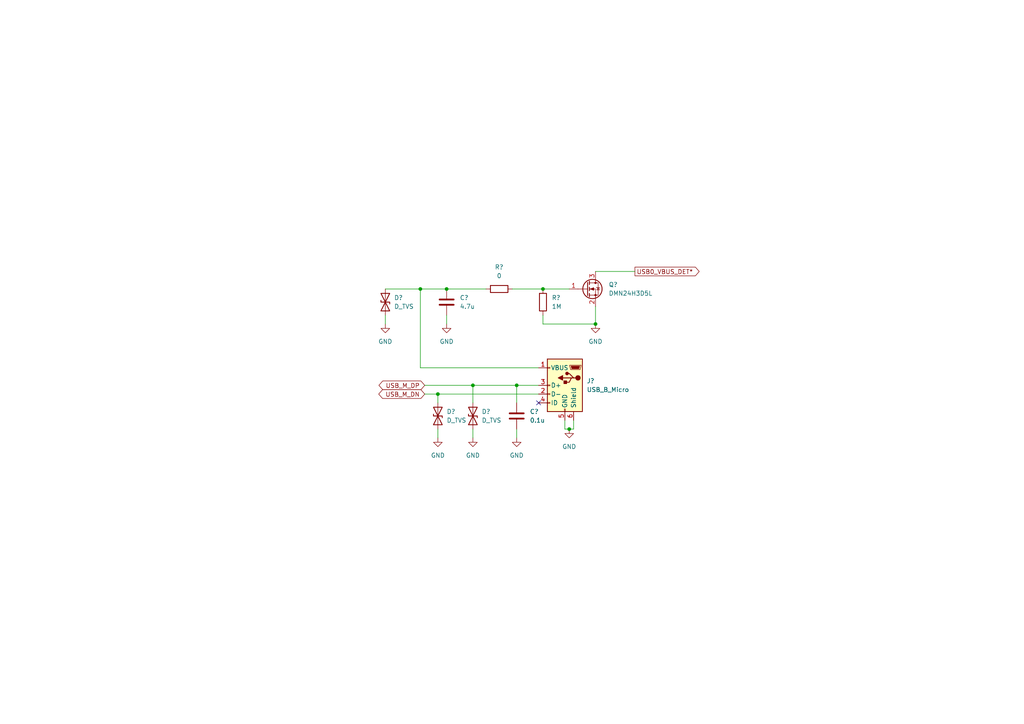
<source format=kicad_sch>
(kicad_sch (version 20211123) (generator eeschema)
  (paper "A4")
  (lib_symbols
    (symbol "Connector:USB_B_Micro" (pin_names (offset 1.016))
      (property "Reference" "J" (at -5.08 11.43 0))
      (property "Value" "USB_B_Micro" (at -5.08 8.89 0))
      (symbol "USB_B_Micro_0_1"
        (rectangle (start -5.08 -7.62) (end 5.08 7.62) (stroke (width 0.254)) (fill (type background)))
        (circle (center -3.81 2.159) (radius 0.635) (stroke (width 0.254)) (fill (type outline)))
        (circle (center -0.635 3.429) (radius 0.381) (stroke (width 0.254)) (fill (type outline)))
        (rectangle (start -0.127 -7.62) (end 0.127 -6.858))
        (polyline (pts (xy -1.905 2.159) (xy 0.635 2.159)) (stroke (width 0.254)))
        (polyline (pts (xy -3.175 2.159) (xy -2.54 2.159) (xy -1.27 3.429) (xy -0.635 3.429)) (stroke (width 0.254)))
        (polyline (pts (xy -2.54 2.159) (xy -1.905 2.159) (xy -1.27 0.889) (xy 0 0.889)) (stroke (width 0.254)))
        (polyline (pts (xy 0.635 2.794) (xy 0.635 1.524) (xy 1.905 2.159) (xy 0.635 2.794)) (stroke (width 0.254)) (fill (type outline)))
        (polyline (pts (xy -4.318 5.588) (xy -1.778 5.588) (xy -2.032 4.826) (xy -4.064 4.826) (xy -4.318 5.588)) (fill (type outline)))
        (polyline (pts (xy -4.699 5.842) (xy -4.699 5.588) (xy -4.445 4.826) (xy -4.445 4.572) (xy -1.651 4.572) (xy -1.651 4.826) (xy -1.397 5.588) (xy -1.397 5.842) (xy -4.699 5.842)))
        (rectangle (start 0.254 1.27) (end -0.508 0.508) (stroke (width 0.254)) (fill (type outline)))
        (rectangle (start 5.08 -5.207) (end 4.318 -4.953))
        (rectangle (start 5.08 -2.667) (end 4.318 -2.413))
        (rectangle (start 5.08 -0.127) (end 4.318 0.127))
        (rectangle (start 5.08 4.953) (end 4.318 5.207))
      )
      (symbol "USB_B_Micro_1_1"
        (pin power_out line (at 7.62 5.08 180) (length 2.54) (name "VBUS") (number "1"))
        (pin bidirectional line (at 7.62 -2.54 180) (length 2.54) (name "D-") (number "2"))
        (pin bidirectional line (at 7.62 0 180) (length 2.54) (name "D+") (number "3"))
        (pin passive line (at 7.62 -5.08 180) (length 2.54) (name "ID") (number "4"))
        (pin power_out line (at 0 -10.16 90) (length 2.54) (name "GND") (number "5"))
        (pin passive line (at -2.54 -10.16 90) (length 2.54) (name "Shield") (number "6"))
      )
    )
    (symbol "Device:C" (pin_numbers hide) (pin_names (offset 0.254))
      (property "Reference" "C" (at 0.635 2.54 0))
      (property "Value" "C" (at 0.635 -2.54 0))
      (symbol "C_0_1"
        (polyline (pts (xy -2.032 -0.762) (xy 2.032 -0.762)) (stroke (width 0.508)))
        (polyline (pts (xy -2.032 0.762) (xy 2.032 0.762)) (stroke (width 0.508)))
      )
      (symbol "C_1_1"
        (pin passive line (at 0 3.81 270) (length 2.794) (name "~") (number "1"))
        (pin passive line (at 0 -3.81 90) (length 2.794) (name "~") (number "2"))
      )
    )
    (symbol "Device:D_TVS" (pin_numbers hide) (pin_names (offset 1.016) hide)
      (property "Reference" "D" (at 0 2.54 0))
      (property "Value" "D_TVS" (at 0 -2.54 0))
      (symbol "D_TVS_0_1"
        (polyline (pts (xy 1.27 0) (xy -1.27 0)))
        (polyline (pts (xy 0.508 1.27) (xy 0 1.27) (xy 0 -1.27) (xy -0.508 -1.27)) (stroke (width 0.254)))
        (polyline (pts (xy -2.54 1.27) (xy -2.54 -1.27) (xy 2.54 1.27) (xy 2.54 -1.27) (xy -2.54 1.27)) (stroke (width 0.254)))
      )
      (symbol "D_TVS_1_1"
        (pin passive line (at -3.81 0 0) (length 2.54) (name "A1") (number "1"))
        (pin passive line (at 3.81 0 180) (length 2.54) (name "A2") (number "2"))
      )
    )
    (symbol "Device:R" (pin_numbers hide) (pin_names (offset 0))
      (property "Reference" "R" (at 2.032 0 90))
      (property "Value" "R" (at 0 0 90))
      (symbol "R_0_1"
        (rectangle (start -1.016 -2.54) (end 1.016 2.54) (stroke (width 0.254)))
      )
      (symbol "R_1_1"
        (pin passive line (at 0 3.81 270) (length 1.27) (name "~") (number "1"))
        (pin passive line (at 0 -3.81 90) (length 1.27) (name "~") (number "2"))
      )
    )
    (symbol "Transistor_FET:DMN24H3D5L" (pin_names hide)
      (property "Reference" "Q" (at 5.08 1.905 0))
      (property "Value" "DMN24H3D5L" (at 5.08 0 0))
      (symbol "DMN24H3D5L_0_1"
        (polyline (pts (xy 0.254 0) (xy -2.54 0)))
        (polyline (pts (xy 0.254 1.905) (xy 0.254 -1.905)) (stroke (width 0.254)))
        (polyline (pts (xy 0.762 -1.27) (xy 0.762 -2.286)) (stroke (width 0.254)))
        (polyline (pts (xy 0.762 0.508) (xy 0.762 -0.508)) (stroke (width 0.254)))
        (polyline (pts (xy 0.762 2.286) (xy 0.762 1.27)) (stroke (width 0.254)))
        (polyline (pts (xy 2.54 2.54) (xy 2.54 1.778)))
        (polyline (pts (xy 2.54 -2.54) (xy 2.54 0) (xy 0.762 0)))
        (polyline (pts (xy 0.762 -1.778) (xy 3.302 -1.778) (xy 3.302 1.778) (xy 0.762 1.778)))
        (polyline (pts (xy 1.016 0) (xy 2.032 0.381) (xy 2.032 -0.381) (xy 1.016 0)) (fill (type outline)))
        (polyline (pts (xy 2.794 0.508) (xy 2.921 0.381) (xy 3.683 0.381) (xy 3.81 0.254)))
        (polyline (pts (xy 3.302 0.381) (xy 2.921 -0.254) (xy 3.683 -0.254) (xy 3.302 0.381)))
        (circle (center 1.651 0) (radius 2.794) (stroke (width 0.254)))
        (circle (center 2.54 -1.778) (radius 0.254) (fill (type outline)))
        (circle (center 2.54 1.778) (radius 0.254) (fill (type outline)))
      )
      (symbol "DMN24H3D5L_1_1"
        (pin input line (at -5.08 0 0) (length 2.54) (name "G") (number "1"))
        (pin passive line (at 2.54 -5.08 90) (length 2.54) (name "S") (number "2"))
        (pin passive line (at 2.54 5.08 270) (length 2.54) (name "D") (number "3"))
      )
    )
    (symbol "power:GND" (power) (pin_names (offset 0))
      (property "Value" "GND" (at 0 -3.81 0))
      (symbol "GND_0_1"
        (polyline (pts (xy 0 0) (xy 0 -1.27) (xy 1.27 -1.27) (xy 0 -2.54) (xy -1.27 -1.27) (xy 0 -1.27)))
      )
      (symbol "GND_1_1"
        (pin power_in line (at 0 0 270) (length 0) hide (name "GND") (number "1"))
      )
    )
  )
  (junction (at 121.92 83.82))
  (junction (at 129.54 83.82))
  (junction (at 149.86 111.76))
  (junction (at 165.1 124.46))
  (junction (at 137.16 111.76))
  (junction (at 127 114.3))
  (junction (at 172.72 93.98))
  (junction (at 157.48 83.82))
  (no_connect (at 156.21 116.84))
  (wire (pts (xy 156.21 106.68) (xy 121.92 106.68)))
  (wire (pts (xy 123.19 111.76) (xy 137.16 111.76)))
  (wire (pts (xy 149.86 124.46) (xy 149.86 127)))
  (wire (pts (xy 157.48 91.44) (xy 157.48 93.98)))
  (wire (pts (xy 172.72 88.9) (xy 172.72 93.98)))
  (wire (pts (xy 129.54 91.44) (xy 129.54 93.98)))
  (wire (pts (xy 157.48 93.98) (xy 172.72 93.98)))
  (wire (pts (xy 127 124.46) (xy 127 127)))
  (wire (pts (xy 123.19 114.3) (xy 127 114.3)))
  (wire (pts (xy 165.1 124.46) (xy 163.83 124.46)))
  (wire (pts (xy 149.86 111.76) (xy 149.86 116.84)))
  (wire (pts (xy 149.86 111.76) (xy 156.21 111.76)))
  (wire (pts (xy 148.59 83.82) (xy 157.48 83.82)))
  (wire (pts (xy 157.48 83.82) (xy 165.1 83.82)))
  (wire (pts (xy 121.92 83.82) (xy 129.54 83.82)))
  (wire (pts (xy 166.37 121.92) (xy 166.37 124.46)))
  (wire (pts (xy 129.54 83.82) (xy 140.97 83.82)))
  (wire (pts (xy 127 114.3) (xy 127 116.84)))
  (wire (pts (xy 127 114.3) (xy 156.21 114.3)))
  (wire (pts (xy 163.83 124.46) (xy 163.83 121.92)))
  (wire (pts (xy 121.92 106.68) (xy 121.92 83.82)))
  (wire (pts (xy 166.37 124.46) (xy 165.1 124.46)))
  (wire (pts (xy 137.16 111.76) (xy 149.86 111.76)))
  (wire (pts (xy 111.76 83.82) (xy 121.92 83.82)))
  (wire (pts (xy 172.72 78.74) (xy 184.15 78.74)))
  (wire (pts (xy 137.16 124.46) (xy 137.16 127)))
  (wire (pts (xy 137.16 111.76) (xy 137.16 116.84)))
  (wire (pts (xy 111.76 91.44) (xy 111.76 93.98)))
  (global_label "USB_M_DN" (shape bidirectional) (at 123.19 114.3 180) (property "Intersheet References" "${INTERSHEET_REFS}" (effects hide)))
  (global_label "USB0_VBUS_DET*" (shape output) (at 184.15 78.74 0) (property "Intersheet References" "${INTERSHEET_REFS}" (effects hide)))
  (global_label "USB_M_DP" (shape bidirectional) (at 123.19 111.76 180) (property "Intersheet References" "${INTERSHEET_REFS}" (effects hide)))
  (symbol (lib_id "power:GND") (at 165.1 124.46 0) (unit 1)
    (property "Reference" "#PWR?" (effects hide))
    (property "Value" "GND" (at 165.1 129.54 0))
  )
  (symbol (lib_id "Transistor_FET:DMN24H3D5L") (at 170.18 83.82 0) (unit 1)
    (property "Reference" "Q?" (at 176.53 82.5499 0) (effects (justify left)))
    (property "Value" "DMN24H3D5L" (at 176.53 85.0899 0) (effects (justify left)))
    (property "Footprint" "Package_TO_SOT_SMD:SOT-23" (effects hide))
    (property "Datasheet" "http://www.diodes.com/assets/Datasheets/DMN24H3D5L.pdf" (effects hide))
  )
  (symbol (lib_id "Device:D_TVS") (at 137.16 120.65 90) (unit 1)
    (property "Reference" "D?" (at 139.7 119.3799 90) (effects (justify right)))
    (property "Value" "D_TVS" (at 139.7 121.9199 90) (effects (justify right)))
  )
  (symbol (lib_id "Device:D_TVS") (at 111.76 87.63 90) (unit 1)
    (property "Reference" "D?" (at 114.3 86.3599 90) (effects (justify right)))
    (property "Value" "D_TVS" (at 114.3 88.8999 90) (effects (justify right)))
  )
  (symbol (lib_id "Device:C") (at 149.86 120.65 0) (unit 1)
    (property "Reference" "C?" (at 153.67 119.3799 0) (effects (justify left)))
    (property "Value" "0.1u" (at 153.67 121.9199 0) (effects (justify left)))
  )
  (symbol (lib_id "Device:C") (at 129.54 87.63 0) (unit 1)
    (property "Reference" "C?" (at 133.35 86.3599 0) (effects (justify left)))
    (property "Value" "4.7u" (at 133.35 88.8999 0) (effects (justify left)))
  )
  (symbol (lib_id "Device:R") (at 144.78 83.82 90) (unit 1)
    (property "Reference" "R?" (at 144.78 77.47 90))
    (property "Value" "0" (at 144.78 80.01 90))
  )
  (symbol (lib_id "Device:R") (at 157.48 87.63 180) (unit 1)
    (property "Reference" "R?" (at 160.02 86.3599 0) (effects (justify right)))
    (property "Value" "1M" (at 160.02 88.8999 0) (effects (justify right)))
  )
  (symbol (lib_id "power:GND") (at 129.54 93.98 0) (unit 1)
    (property "Reference" "#PWR?" (effects hide))
    (property "Value" "GND" (at 129.54 99.06 0))
  )
  (symbol (lib_id "Device:D_TVS") (at 127 120.65 90) (unit 1)
    (property "Reference" "D?" (at 129.54 119.3799 90) (effects (justify right)))
    (property "Value" "D_TVS" (at 129.54 121.9199 90) (effects (justify right)))
  )
  (symbol (lib_id "Connector:USB_B_Micro") (at 163.83 111.76 0) (mirror y) (unit 1)
    (property "Reference" "J?" (at 170.18 110.4899 0) (effects (justify right)))
    (property "Value" "USB_B_Micro" (at 170.18 113.0299 0) (effects (justify right)))
  )
  (symbol (lib_id "power:GND") (at 111.76 93.98 0) (unit 1)
    (property "Reference" "#PWR?" (effects hide))
    (property "Value" "GND" (at 111.76 99.06 0))
  )
  (symbol (lib_id "power:GND") (at 149.86 127 0) (unit 1)
    (property "Reference" "#PWR?" (effects hide))
    (property "Value" "GND" (at 149.86 132.08 0))
  )
  (symbol (lib_id "power:GND") (at 127 127 0) (unit 1)
    (property "Reference" "#PWR?" (effects hide))
    (property "Value" "GND" (at 127 132.08 0))
  )
  (symbol (lib_id "power:GND") (at 172.72 93.98 0) (unit 1)
    (property "Reference" "#PWR?" (effects hide))
    (property "Value" "GND" (at 172.72 99.06 0))
  )
  (symbol (lib_id "power:GND") (at 137.16 127 0) (unit 1)
    (property "Reference" "#PWR?" (effects hide))
    (property "Value" "GND" (at 137.16 132.08 0))
  )
)
</source>
